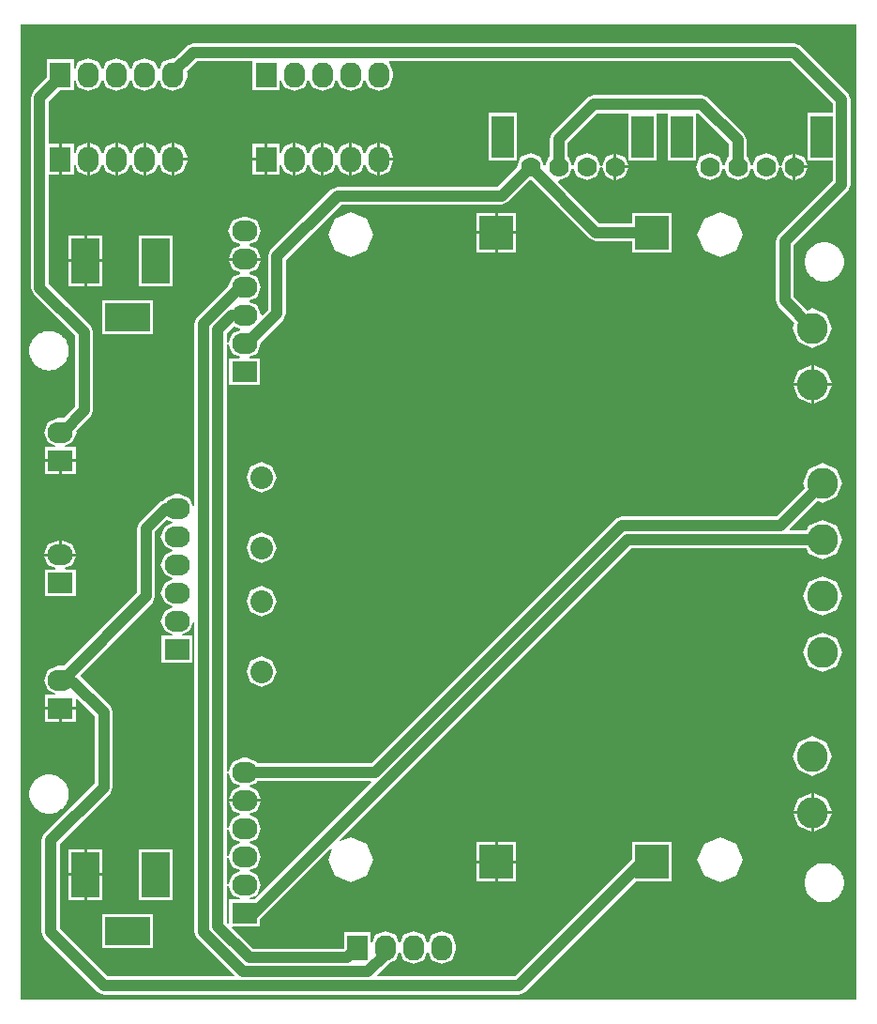
<source format=gbl>
G04*
G04 #@! TF.GenerationSoftware,Altium Limited,Altium Designer,19.0.4 (130)*
G04*
G04 Layer_Physical_Order=2*
G04 Layer_Color=16711680*
%FSTAX24Y24*%
%MOIN*%
G70*
G01*
G75*
%ADD24C,0.0394*%
%ADD25C,0.0800*%
%ADD26C,0.0700*%
%ADD27R,0.0800X0.1500*%
%ADD28R,0.1200X0.1200*%
%ADD29O,0.0750X0.0900*%
%ADD30R,0.0750X0.0900*%
%ADD31C,0.1100*%
%ADD32O,0.0900X0.0750*%
%ADD33R,0.0900X0.0750*%
%ADD34R,0.1000X0.1600*%
%ADD35R,0.1600X0.1000*%
G36*
X05665Y0155D02*
X02695D01*
Y05015D01*
X05665D01*
Y0155D01*
D02*
G37*
%LPC*%
G36*
X05445Y049471D02*
X033075D01*
X032848Y049377D01*
X032392Y048922D01*
X03235Y048939D01*
X031986Y048789D01*
X031875Y048519D01*
X031825D01*
X031714Y048789D01*
X03135Y048939D01*
X030986Y048789D01*
X030875Y048519D01*
X030825D01*
X030714Y048789D01*
X03035Y048939D01*
X029986Y048789D01*
X029875Y048519D01*
X029825D01*
X029714Y048789D01*
X02935Y048939D01*
X028986Y048789D01*
X028875Y048519D01*
X028825Y048529D01*
Y0489D01*
X027875D01*
Y048254D01*
X027395Y047774D01*
X027301Y047547D01*
Y040778D01*
X027395Y040551D01*
X028879Y039067D01*
Y036558D01*
X028467Y036147D01*
X028425Y036164D01*
X028275D01*
X027911Y036014D01*
X027761Y03565D01*
X027911Y035286D01*
X028181Y035175D01*
X028171Y035125D01*
X0278D01*
Y0347D01*
X02835D01*
X0289D01*
Y035125D01*
X028529D01*
X028519Y035175D01*
X028789Y035286D01*
X028939Y03565D01*
X028922Y035692D01*
X029427Y036198D01*
X029521Y036425D01*
Y0392D01*
X029427Y039427D01*
X027943Y040911D01*
Y0448D01*
X0283D01*
Y04535D01*
Y0459D01*
X027943D01*
Y047414D01*
X028329Y0478D01*
X028825D01*
Y048171D01*
X028875Y048181D01*
X028986Y047911D01*
X02935Y047761D01*
X029714Y047911D01*
X029825Y048181D01*
X029875D01*
X029986Y047911D01*
X03035Y047761D01*
X030714Y047911D01*
X030825Y048181D01*
X030875D01*
X030986Y047911D01*
X03135Y047761D01*
X031714Y047911D01*
X031825Y048181D01*
X031875D01*
X031986Y047911D01*
X03235Y047761D01*
X032714Y047911D01*
X032864Y048275D01*
Y048425D01*
X032847Y048467D01*
X033208Y048829D01*
X035186D01*
Y0478D01*
X036136D01*
Y048171D01*
X036186Y048181D01*
X036298Y047911D01*
X036661Y047761D01*
X037025Y047911D01*
X037136Y048181D01*
X037186D01*
X037298Y047911D01*
X037661Y047761D01*
X038025Y047911D01*
X038136Y048181D01*
X038186D01*
X038298Y047911D01*
X038661Y047761D01*
X039025Y047911D01*
X039136Y048181D01*
X039186D01*
X039298Y047911D01*
X039661Y047761D01*
X040025Y047911D01*
X040176Y048275D01*
Y048425D01*
X040029Y048779D01*
X04005Y048829D01*
X054317D01*
X055796Y04735D01*
Y047D01*
X05492D01*
Y0453D01*
X055796D01*
Y044577D01*
X053873Y042654D01*
X053779Y042427D01*
Y040332D01*
X053873Y040105D01*
X054452Y039526D01*
X054379Y03935D01*
X054585Y038853D01*
X055082Y038646D01*
X05558Y038853D01*
X055786Y03935D01*
X05558Y039847D01*
X055082Y040054D01*
X054906Y039981D01*
X054421Y040466D01*
Y042294D01*
X056344Y044216D01*
X056438Y044444D01*
Y047483D01*
X056344Y04771D01*
X054677Y049377D01*
X05445Y049471D01*
D02*
G37*
G36*
X036611Y045918D02*
X036298Y045789D01*
X036186Y045519D01*
X036136Y045529D01*
Y0459D01*
X035711D01*
Y04535D01*
Y0448D01*
X036136D01*
Y045171D01*
X036186Y045181D01*
X036298Y044911D01*
X036611Y044782D01*
Y04535D01*
Y045918D01*
D02*
G37*
G36*
X0293D02*
X028986Y045789D01*
X028875Y045519D01*
X028825Y045529D01*
Y0459D01*
X0284D01*
Y04535D01*
Y0448D01*
X028825D01*
Y045171D01*
X028875Y045181D01*
X028986Y044911D01*
X0293Y044782D01*
Y04535D01*
Y045918D01*
D02*
G37*
G36*
X039611D02*
X039298Y045789D01*
X039186Y045519D01*
X039136D01*
X039025Y045789D01*
X038711Y045918D01*
Y04535D01*
Y044782D01*
X039025Y044911D01*
X039136Y045181D01*
X039186D01*
X039298Y044911D01*
X039611Y044782D01*
Y04535D01*
Y045918D01*
D02*
G37*
G36*
X038611D02*
X038298Y045789D01*
X038186Y045519D01*
X038136D01*
X038025Y045789D01*
X037711Y045918D01*
Y04535D01*
Y044782D01*
X038025Y044911D01*
X038136Y045181D01*
X038186D01*
X038298Y044911D01*
X038611Y044782D01*
Y04535D01*
Y045918D01*
D02*
G37*
G36*
X037611D02*
X037298Y045789D01*
X037186Y045519D01*
X037136D01*
X037025Y045789D01*
X036711Y045918D01*
Y04535D01*
Y044782D01*
X037025Y044911D01*
X037136Y045181D01*
X037186D01*
X037298Y044911D01*
X037611Y044782D01*
Y04535D01*
Y045918D01*
D02*
G37*
G36*
X0323D02*
X031986Y045789D01*
X031875Y045519D01*
X031825D01*
X031714Y045789D01*
X0314Y045918D01*
Y04535D01*
Y044782D01*
X031714Y044911D01*
X031825Y045181D01*
X031875D01*
X031986Y044911D01*
X0323Y044782D01*
Y04535D01*
Y045918D01*
D02*
G37*
G36*
X0313D02*
X030986Y045789D01*
X030875Y045519D01*
X030825D01*
X030714Y045789D01*
X0304Y045918D01*
Y04535D01*
Y044782D01*
X030714Y044911D01*
X030825Y045181D01*
X030875D01*
X030986Y044911D01*
X0313Y044782D01*
Y04535D01*
Y045918D01*
D02*
G37*
G36*
X0303D02*
X029986Y045789D01*
X029875Y045519D01*
X029825D01*
X029714Y045789D01*
X0294Y045918D01*
Y04535D01*
Y044782D01*
X029714Y044911D01*
X029825Y045181D01*
X029875D01*
X029986Y044911D01*
X0303Y044782D01*
Y04535D01*
Y045918D01*
D02*
G37*
G36*
X039711D02*
Y0454D01*
X040176D01*
Y045425D01*
X040025Y045789D01*
X039711Y045918D01*
D02*
G37*
G36*
X035611Y0459D02*
X035186D01*
Y0454D01*
X035611D01*
Y0459D01*
D02*
G37*
G36*
X0324Y045918D02*
Y0454D01*
X032864D01*
Y045425D01*
X032714Y045789D01*
X0324Y045918D01*
D02*
G37*
G36*
X04458Y047D02*
X04358D01*
Y0453D01*
X04458D01*
Y047D01*
D02*
G37*
G36*
X05449Y045546D02*
Y04513D01*
X054906D01*
X054784Y045424D01*
X05449Y045546D01*
D02*
G37*
G36*
X04812D02*
Y04513D01*
X048536D01*
X048414Y045424D01*
X04812Y045546D01*
D02*
G37*
G36*
X05115Y047621D02*
X0473D01*
X047073Y047527D01*
X045833Y046287D01*
X045739Y04606D01*
Y045434D01*
X045716Y045424D01*
X045587Y045114D01*
X045533D01*
X045404Y045424D01*
X04506Y045567D01*
X044716Y045424D01*
X044573Y04508D01*
X044582Y045057D01*
X043897Y044371D01*
X0382D01*
X037973Y044277D01*
X035823Y042127D01*
X035729Y0419D01*
Y040008D01*
X035535Y039815D01*
X035478Y039828D01*
X035339Y040164D01*
X035069Y040275D01*
Y040325D01*
X035339Y040436D01*
X035489Y0408D01*
X035339Y041164D01*
X035069Y041275D01*
Y041325D01*
X035339Y041436D01*
X035468Y04175D01*
X0349D01*
X034332D01*
X034461Y041436D01*
X034731Y041325D01*
Y041275D01*
X034461Y041164D01*
X03432Y040823D01*
X033217Y03972D01*
X033123Y039492D01*
Y032999D01*
X033073Y032989D01*
X032939Y033314D01*
X032575Y033464D01*
X032425D01*
X032061Y033314D01*
X032032Y033243D01*
X031873Y033177D01*
X031173Y032477D01*
X031079Y03225D01*
Y029958D01*
X028467Y027347D01*
X028425Y027364D01*
X028275D01*
X027911Y027214D01*
X027761Y02685D01*
X027911Y026486D01*
X028181Y026375D01*
X028171Y026325D01*
X0278D01*
Y0259D01*
X02835D01*
X0289D01*
Y02618D01*
X028946Y026199D01*
X029579Y025567D01*
Y023182D01*
X027781Y021384D01*
X027687Y021157D01*
Y017892D01*
X027781Y017665D01*
X029673Y015773D01*
X0299Y015679D01*
X044647D01*
X044874Y015773D01*
X048791Y01969D01*
X050062D01*
Y02109D01*
X048662D01*
Y020469D01*
X044514Y016321D01*
X039636D01*
X039617Y016367D01*
X040088Y016839D01*
X040264Y016911D01*
X040375Y017181D01*
X040425D01*
X040536Y016911D01*
X0409Y016761D01*
X041264Y016911D01*
X041375Y017181D01*
X041425D01*
X041536Y016911D01*
X0419Y016761D01*
X042264Y016911D01*
X042414Y017275D01*
Y017425D01*
X042264Y017789D01*
X0419Y017939D01*
X041536Y017789D01*
X041425Y017519D01*
X041375D01*
X041264Y017789D01*
X0409Y017939D01*
X040536Y017789D01*
X040425Y017519D01*
X040375D01*
X040264Y017789D01*
X0399Y017939D01*
X039536Y017789D01*
X039425Y017519D01*
X039375Y017529D01*
Y0179D01*
X038425D01*
Y017329D01*
X038404Y017309D01*
X035194D01*
X034445Y018058D01*
X034464Y018104D01*
X03545D01*
Y018349D01*
X035456Y018352D01*
X037964Y02086D01*
X038006Y020832D01*
X03786Y02048D01*
X038095Y019913D01*
X038661Y019678D01*
X039228Y019913D01*
X039463Y02048D01*
X039228Y021047D01*
X038661Y021282D01*
X03831Y021136D01*
X038282Y021177D01*
X04863Y031525D01*
X054875D01*
X054948Y031349D01*
X055445Y031143D01*
X055943Y031349D01*
X056149Y031847D01*
X055943Y032344D01*
X055445Y03255D01*
X054948Y032344D01*
X054875Y032168D01*
X05428D01*
X05426Y032214D01*
X055266Y033219D01*
X055442Y033146D01*
X055939Y033353D01*
X056145Y03385D01*
X055939Y034347D01*
X055442Y034554D01*
X054944Y034347D01*
X054738Y03385D01*
X054811Y033674D01*
X053799Y032662D01*
X048292D01*
X048065Y032568D01*
X039398Y0239D01*
X035356D01*
X035339Y023942D01*
X034975Y024093D01*
X034825D01*
X034461Y023942D01*
X034311Y023579D01*
X034461Y023215D01*
X034731Y023104D01*
Y023054D01*
X034461Y022942D01*
X034332Y022629D01*
X0349D01*
X035468D01*
X035339Y022942D01*
X035069Y023054D01*
Y023104D01*
X035339Y023215D01*
X035356Y023258D01*
X039388D01*
X039407Y023211D01*
X035249Y019054D01*
X035079D01*
X035069Y019104D01*
X035339Y019215D01*
X035489Y019579D01*
X035339Y019942D01*
X035069Y020054D01*
Y020104D01*
X035339Y020215D01*
X035489Y020579D01*
X035339Y020942D01*
X035069Y021054D01*
Y021104D01*
X035339Y021215D01*
X035489Y021579D01*
X035339Y021942D01*
X035069Y022054D01*
Y022104D01*
X035339Y022215D01*
X035468Y022529D01*
X0349D01*
X034332D01*
X034461Y022215D01*
X034731Y022104D01*
Y022054D01*
X034461Y021942D01*
X034311Y021579D01*
X034461Y021215D01*
X034731Y021104D01*
Y021054D01*
X034461Y020942D01*
X034311Y020579D01*
X034461Y020215D01*
X034731Y020104D01*
Y020054D01*
X034461Y019942D01*
X034311Y019579D01*
X034461Y019215D01*
X034731Y019104D01*
X034721Y019054D01*
X03435D01*
Y018218D01*
X034304Y018199D01*
X034259Y018243D01*
Y039155D01*
X034518Y039413D01*
X034731Y039325D01*
Y039275D01*
X034461Y039164D01*
X034311Y0388D01*
X034461Y038436D01*
X034731Y038325D01*
X034721Y038275D01*
X03435D01*
Y037325D01*
X03545D01*
Y038275D01*
X035079D01*
X035069Y038325D01*
X035339Y038436D01*
X035489Y0388D01*
X035472Y038842D01*
X036277Y039648D01*
X036371Y039875D01*
Y041767D01*
X038333Y043729D01*
X04403D01*
X044257Y043823D01*
X045037Y044602D01*
X04506Y044593D01*
X045083Y044602D01*
X047163Y042523D01*
X04739Y042429D01*
X048662D01*
Y04205D01*
X050062D01*
Y04345D01*
X048662D01*
Y043071D01*
X047523D01*
X046048Y044547D01*
X046069Y044596D01*
X046404Y044736D01*
X046533Y045046D01*
X046587D01*
X046716Y044736D01*
X04706Y044593D01*
X047404Y044736D01*
X047536Y045053D01*
X047538Y045058D01*
X047592D01*
X047594Y045053D01*
X047726Y044736D01*
X04802Y044614D01*
Y04508D01*
Y045546D01*
X047726Y045424D01*
X047594Y045107D01*
X047592Y045102D01*
X047538D01*
X047536Y045107D01*
X047404Y045424D01*
X04706Y045567D01*
X046716Y045424D01*
X046587Y045114D01*
X046533D01*
X046404Y045424D01*
X046381Y045434D01*
Y045927D01*
X047433Y046979D01*
X04855D01*
Y0453D01*
X04955D01*
Y046979D01*
X04995D01*
Y0453D01*
X05095D01*
Y046979D01*
X051017D01*
X052109Y045887D01*
Y045434D01*
X052086Y045424D01*
X051957Y045114D01*
X051903D01*
X051774Y045424D01*
X05143Y045567D01*
X051086Y045424D01*
X050943Y04508D01*
X051086Y044736D01*
X05143Y044593D01*
X051774Y044736D01*
X051903Y045046D01*
X051957D01*
X052086Y044736D01*
X05243Y044593D01*
X052774Y044736D01*
X052903Y045046D01*
X052957D01*
X053086Y044736D01*
X05343Y044593D01*
X053774Y044736D01*
X053906Y045053D01*
X053908Y045058D01*
X053962D01*
X053964Y045053D01*
X054096Y044736D01*
X05439Y044614D01*
Y04508D01*
Y045546D01*
X054096Y045424D01*
X053964Y045107D01*
X053962Y045102D01*
X053908D01*
X053906Y045107D01*
X053774Y045424D01*
X05343Y045567D01*
X053086Y045424D01*
X052957Y045114D01*
X052903D01*
X052774Y045424D01*
X052751Y045434D01*
Y04602D01*
X052657Y046247D01*
X051377Y047527D01*
X05115Y047621D01*
D02*
G37*
G36*
X035611Y0453D02*
X035186D01*
Y0448D01*
X035611D01*
Y0453D01*
D02*
G37*
G36*
X040176D02*
X039711D01*
Y044782D01*
X040025Y044911D01*
X040176Y045275D01*
Y0453D01*
D02*
G37*
G36*
X032864D02*
X0324D01*
Y044782D01*
X032714Y044911D01*
X032864Y045275D01*
Y0453D01*
D02*
G37*
G36*
X054906Y04503D02*
X05449D01*
Y044614D01*
X054784Y044736D01*
X054906Y04503D01*
D02*
G37*
G36*
X048536D02*
X04812D01*
Y044614D01*
X048414Y044736D01*
X048536Y04503D01*
D02*
G37*
G36*
X04455Y04345D02*
X0439D01*
Y0428D01*
X04455D01*
Y04345D01*
D02*
G37*
G36*
X0438D02*
X04315D01*
Y0428D01*
X0438D01*
Y04345D01*
D02*
G37*
G36*
X055558Y042399D02*
X055442D01*
X055432Y042395D01*
X055421Y042397D01*
X055307Y042374D01*
X055297Y042368D01*
X055286D01*
X055179Y042323D01*
X055171Y042316D01*
X05516Y042313D01*
X055063Y042249D01*
X055057Y042239D01*
X055047Y042235D01*
X054965Y042153D01*
X054961Y042143D01*
X054951Y042137D01*
X054887Y04204D01*
X054885Y042029D01*
X054877Y042021D01*
X054832Y041914D01*
Y041903D01*
X054826Y041893D01*
X054803Y041779D01*
X054805Y041768D01*
X054801Y041758D01*
Y041642D01*
X054805Y041632D01*
X054803Y041621D01*
X054826Y041507D01*
X054832Y041497D01*
Y041486D01*
X054877Y041379D01*
X054885Y041371D01*
X054887Y04136D01*
X054951Y041263D01*
X054961Y041257D01*
X054965Y041247D01*
X055047Y041165D01*
X055057Y041161D01*
X055063Y041151D01*
X05516Y041087D01*
X055171Y041084D01*
X055179Y041077D01*
X055286Y041032D01*
X055297D01*
X055307Y041026D01*
X055421Y041003D01*
X055432Y041005D01*
X055442Y041001D01*
X055558D01*
X055568Y041005D01*
X055579Y041003D01*
X055693Y041026D01*
X055703Y041032D01*
X055714D01*
X055821Y041077D01*
X055829Y041084D01*
X05584Y041087D01*
X055937Y041151D01*
X055943Y041161D01*
X055953Y041165D01*
X056035Y041247D01*
X056039Y041257D01*
X056049Y041263D01*
X056113Y04136D01*
X056115Y041371D01*
X056123Y041379D01*
X056168Y041486D01*
Y041497D01*
X056174Y041507D01*
X056197Y041621D01*
X056195Y041632D01*
X056199Y041642D01*
Y041758D01*
X056195Y041768D01*
X056197Y041779D01*
X056174Y041893D01*
X056168Y041903D01*
Y041914D01*
X056123Y042021D01*
X056115Y042029D01*
X056113Y04204D01*
X056049Y042137D01*
X056039Y042143D01*
X056035Y042153D01*
X055953Y042235D01*
X055943Y042239D01*
X055937Y042249D01*
X05584Y042313D01*
X055829Y042316D01*
X055821Y042323D01*
X055714Y042368D01*
X055703D01*
X055693Y042374D01*
X055579Y042397D01*
X055568Y042395D01*
X055558Y042399D01*
D02*
G37*
G36*
X04455Y0427D02*
X0439D01*
Y04205D01*
X04455D01*
Y0427D01*
D02*
G37*
G36*
X0438D02*
X04315D01*
Y04205D01*
X0438D01*
Y0427D01*
D02*
G37*
G36*
X051791Y043472D02*
X051225Y043237D01*
X05099Y04267D01*
X051225Y042103D01*
X051791Y041868D01*
X052358Y042103D01*
X052593Y04267D01*
X052358Y043237D01*
X051791Y043472D01*
D02*
G37*
G36*
X038661D02*
X038095Y043237D01*
X03786Y04267D01*
X038095Y042103D01*
X038661Y041868D01*
X039228Y042103D01*
X039463Y04267D01*
X039228Y043237D01*
X038661Y043472D01*
D02*
G37*
G36*
X034975Y043314D02*
X034825D01*
X034461Y043164D01*
X034311Y0428D01*
X034461Y042436D01*
X034731Y042325D01*
Y042275D01*
X034461Y042164D01*
X034332Y04185D01*
X0349D01*
X035468D01*
X035339Y042164D01*
X035069Y042275D01*
Y042325D01*
X035339Y042436D01*
X035489Y0428D01*
X035339Y043164D01*
X034975Y043314D01*
D02*
G37*
G36*
X02985Y04265D02*
X0293D01*
Y0418D01*
X02985D01*
Y04265D01*
D02*
G37*
G36*
X0292D02*
X02865D01*
Y0418D01*
X0292D01*
Y04265D01*
D02*
G37*
G36*
X03235D02*
X03115D01*
Y04085D01*
X03235D01*
Y04265D01*
D02*
G37*
G36*
X02985Y0417D02*
X0293D01*
Y04085D01*
X02985D01*
Y0417D01*
D02*
G37*
G36*
X0292D02*
X02865D01*
Y04085D01*
X0292D01*
Y0417D01*
D02*
G37*
G36*
X028008Y039246D02*
X027892D01*
X027882Y039242D01*
X027871Y039244D01*
X027757Y039222D01*
X027747Y039215D01*
X027736D01*
X027629Y039171D01*
X027621Y039163D01*
X02761Y039161D01*
X027513Y039096D01*
X027507Y039087D01*
X027497Y039083D01*
X027415Y039001D01*
X027411Y03899D01*
X027401Y038984D01*
X027337Y038888D01*
X027334Y038877D01*
X027327Y038869D01*
X027282Y038761D01*
Y03875D01*
X027276Y038741D01*
X027253Y038627D01*
X027255Y038616D01*
X027251Y038606D01*
Y038489D01*
X027255Y038479D01*
X027253Y038468D01*
X027276Y038354D01*
X027282Y038345D01*
Y038334D01*
X027327Y038226D01*
X027334Y038219D01*
X027337Y038208D01*
X027401Y038111D01*
X027411Y038105D01*
X027415Y038095D01*
X027497Y038012D01*
X027507Y038008D01*
X027513Y037999D01*
X02761Y037934D01*
X027621Y037932D01*
X027629Y037924D01*
X027736Y03788D01*
X027747D01*
X027757Y037874D01*
X027871Y037851D01*
X027882Y037853D01*
X027892Y037849D01*
X028008D01*
X028018Y037853D01*
X028029Y037851D01*
X028143Y037874D01*
X028153Y03788D01*
X028164D01*
X028271Y037924D01*
X028279Y037932D01*
X02829Y037934D01*
X028387Y037999D01*
X028393Y038008D01*
X028403Y038012D01*
X028485Y038095D01*
X028489Y038105D01*
X028499Y038111D01*
X028563Y038208D01*
X028565Y038219D01*
X028573Y038226D01*
X028618Y038334D01*
Y038345D01*
X028624Y038354D01*
X028647Y038468D01*
X028645Y038479D01*
X028649Y038489D01*
Y038606D01*
X028645Y038616D01*
X028647Y038627D01*
X028624Y038741D01*
X028618Y03875D01*
Y038761D01*
X028573Y038869D01*
X028565Y038877D01*
X028563Y038888D01*
X028499Y038984D01*
X028489Y03899D01*
X028485Y039001D01*
X028403Y039083D01*
X028393Y039087D01*
X028387Y039096D01*
X02829Y039161D01*
X028279Y039163D01*
X028271Y039171D01*
X028164Y039215D01*
X028153D01*
X028143Y039222D01*
X028029Y039244D01*
X028018Y039242D01*
X028008Y039246D01*
D02*
G37*
G36*
X03165Y04035D02*
X02985D01*
Y03915D01*
X03165D01*
Y04035D01*
D02*
G37*
G36*
X055132Y038033D02*
Y0374D01*
X055765D01*
X05558Y037847D01*
X055132Y038033D01*
D02*
G37*
G36*
X055032Y038033D02*
X054585Y037847D01*
X0544Y0374D01*
X055032D01*
Y038033D01*
D02*
G37*
G36*
Y0373D02*
X0544D01*
X054585Y036853D01*
X055032Y036667D01*
Y0373D01*
D02*
G37*
G36*
X055765D02*
X055132D01*
Y036667D01*
X05558Y036853D01*
X055765Y0373D01*
D02*
G37*
G36*
X0289Y0346D02*
X0284D01*
Y034175D01*
X0289D01*
Y0346D01*
D02*
G37*
G36*
X0283D02*
X0278D01*
Y034175D01*
X0283D01*
Y0346D01*
D02*
G37*
G36*
X0355Y034591D02*
X035117Y034433D01*
X034959Y03405D01*
X035117Y033667D01*
X0355Y033509D01*
X035883Y033667D01*
X036041Y03405D01*
X035883Y034433D01*
X0355Y034591D01*
D02*
G37*
G36*
X028425Y031814D02*
X0284D01*
Y03135D01*
X028918D01*
X028789Y031664D01*
X028425Y031814D01*
D02*
G37*
G36*
X0283D02*
X028275D01*
X027911Y031664D01*
X027782Y03135D01*
X0283D01*
Y031814D01*
D02*
G37*
G36*
X0355Y032091D02*
X035117Y031933D01*
X034959Y03155D01*
X035117Y031167D01*
X0355Y031009D01*
X035883Y031167D01*
X036041Y03155D01*
X035883Y031933D01*
X0355Y032091D01*
D02*
G37*
G36*
X028918Y03125D02*
X02835D01*
X027782D01*
X027911Y030936D01*
X028181Y030825D01*
X028171Y030775D01*
X0278D01*
Y029825D01*
X0289D01*
Y030775D01*
X028529D01*
X028519Y030825D01*
X028789Y030936D01*
X028918Y03125D01*
D02*
G37*
G36*
X055446Y03055D02*
X054948Y030344D01*
X054742Y029846D01*
X054948Y029349D01*
X055446Y029143D01*
X055943Y029349D01*
X056149Y029846D01*
X055943Y030344D01*
X055446Y03055D01*
D02*
G37*
G36*
X0355Y030191D02*
X035117Y030033D01*
X034959Y02965D01*
X035117Y029267D01*
X0355Y029109D01*
X035883Y029267D01*
X036041Y02965D01*
X035883Y030033D01*
X0355Y030191D01*
D02*
G37*
G36*
X055446Y02855D02*
X054948Y028344D01*
X054742Y027846D01*
X054948Y027349D01*
X055446Y027143D01*
X055943Y027349D01*
X056149Y027846D01*
X055943Y028344D01*
X055446Y02855D01*
D02*
G37*
G36*
X0355Y027691D02*
X035117Y027533D01*
X034959Y02715D01*
X035117Y026767D01*
X0355Y026609D01*
X035883Y026767D01*
X036041Y02715D01*
X035883Y027533D01*
X0355Y027691D01*
D02*
G37*
G36*
X0289Y0258D02*
X0284D01*
Y025375D01*
X0289D01*
Y0258D01*
D02*
G37*
G36*
X0283D02*
X0278D01*
Y025375D01*
X0283D01*
Y0258D01*
D02*
G37*
G36*
X028008Y023498D02*
X027892D01*
X027882Y023494D01*
X027871Y023496D01*
X027757Y023474D01*
X027747Y023467D01*
X027736D01*
X027629Y023423D01*
X027621Y023415D01*
X02761Y023413D01*
X027513Y023348D01*
X027507Y023339D01*
X027497Y023335D01*
X027415Y023253D01*
X027411Y023242D01*
X027401Y023236D01*
X027337Y023139D01*
X027334Y023129D01*
X027327Y023121D01*
X027282Y023013D01*
Y023002D01*
X027276Y022993D01*
X027253Y022879D01*
X027255Y022868D01*
X027251Y022858D01*
Y022741D01*
X027255Y022731D01*
X027253Y02272D01*
X027276Y022606D01*
X027282Y022597D01*
Y022586D01*
X027327Y022478D01*
X027334Y022471D01*
X027337Y02246D01*
X027401Y022363D01*
X027411Y022357D01*
X027415Y022347D01*
X027497Y022264D01*
X027507Y02226D01*
X027513Y022251D01*
X02761Y022186D01*
X027621Y022184D01*
X027629Y022176D01*
X027736Y022132D01*
X027747D01*
X027757Y022126D01*
X027871Y022103D01*
X027882Y022105D01*
X027892Y022101D01*
X028008D01*
X028018Y022105D01*
X028029Y022103D01*
X028143Y022126D01*
X028153Y022132D01*
X028164D01*
X028271Y022176D01*
X028279Y022184D01*
X02829Y022186D01*
X028387Y022251D01*
X028393Y02226D01*
X028403Y022264D01*
X028485Y022347D01*
X028489Y022357D01*
X028499Y022363D01*
X028563Y02246D01*
X028565Y022471D01*
X028573Y022478D01*
X028618Y022586D01*
Y022597D01*
X028624Y022606D01*
X028647Y02272D01*
X028645Y022731D01*
X028649Y022741D01*
Y022858D01*
X028645Y022868D01*
X028647Y022879D01*
X028624Y022993D01*
X028618Y023002D01*
Y023013D01*
X028573Y023121D01*
X028565Y023129D01*
X028563Y023139D01*
X028499Y023236D01*
X028489Y023242D01*
X028485Y023253D01*
X028403Y023335D01*
X028393Y023339D01*
X028387Y023348D01*
X02829Y023413D01*
X028279Y023415D01*
X028271Y023423D01*
X028164Y023467D01*
X028153D01*
X028143Y023474D01*
X028029Y023496D01*
X028018Y023494D01*
X028008Y023498D01*
D02*
G37*
G36*
X055082Y024854D02*
X054585Y024647D01*
X054379Y02415D01*
X054585Y023653D01*
X055082Y023446D01*
X05558Y023653D01*
X055786Y02415D01*
X05558Y024647D01*
X055082Y024854D01*
D02*
G37*
G36*
X055132Y022833D02*
Y0222D01*
X055765D01*
X05558Y022647D01*
X055132Y022833D01*
D02*
G37*
G36*
X055032Y022833D02*
X054585Y022647D01*
X0544Y0222D01*
X055032D01*
Y022833D01*
D02*
G37*
G36*
Y0221D02*
X0544D01*
X054585Y021653D01*
X055032Y021467D01*
Y0221D01*
D02*
G37*
G36*
X055765D02*
X055132D01*
Y021467D01*
X05558Y021653D01*
X055765Y0221D01*
D02*
G37*
G36*
X04455Y02109D02*
X0439D01*
Y02044D01*
X04455D01*
Y02109D01*
D02*
G37*
G36*
X0438D02*
X04315D01*
Y02044D01*
X0438D01*
Y02109D01*
D02*
G37*
G36*
X055558Y020349D02*
X055442D01*
X055432Y020345D01*
X055421Y020347D01*
X055307Y020324D01*
X055297Y020318D01*
X055286D01*
X055179Y020273D01*
X055171Y020266D01*
X05516Y020263D01*
X055063Y020199D01*
X055057Y020189D01*
X055047Y020185D01*
X054965Y020103D01*
X054961Y020093D01*
X054951Y020087D01*
X054887Y01999D01*
X054885Y019979D01*
X054877Y019971D01*
X054832Y019864D01*
Y019853D01*
X054826Y019843D01*
X054803Y019729D01*
X054805Y019718D01*
X054801Y019708D01*
Y019592D01*
X054805Y019582D01*
X054803Y019571D01*
X054826Y019457D01*
X054832Y019447D01*
Y019436D01*
X054877Y019329D01*
X054885Y019321D01*
X054887Y01931D01*
X054951Y019213D01*
X054961Y019207D01*
X054965Y019197D01*
X055047Y019115D01*
X055057Y019111D01*
X055063Y019101D01*
X05516Y019037D01*
X055171Y019035D01*
X055179Y019027D01*
X055286Y018982D01*
X055297D01*
X055307Y018976D01*
X055421Y018953D01*
X055432Y018955D01*
X055442Y018951D01*
X055558D01*
X055568Y018955D01*
X055579Y018953D01*
X055693Y018976D01*
X055703Y018982D01*
X055714D01*
X055821Y019027D01*
X055829Y019035D01*
X05584Y019037D01*
X055937Y019101D01*
X055943Y019111D01*
X055953Y019115D01*
X056035Y019197D01*
X056039Y019207D01*
X056049Y019213D01*
X056113Y01931D01*
X056115Y019321D01*
X056123Y019329D01*
X056168Y019436D01*
Y019447D01*
X056174Y019457D01*
X056197Y019571D01*
X056195Y019582D01*
X056199Y019592D01*
Y019708D01*
X056195Y019718D01*
X056197Y019729D01*
X056174Y019843D01*
X056168Y019853D01*
Y019864D01*
X056123Y019971D01*
X056115Y019979D01*
X056113Y01999D01*
X056049Y020087D01*
X056039Y020093D01*
X056035Y020103D01*
X055953Y020185D01*
X055943Y020189D01*
X055937Y020199D01*
X05584Y020263D01*
X055829Y020266D01*
X055821Y020273D01*
X055714Y020318D01*
X055703D01*
X055693Y020324D01*
X055579Y020347D01*
X055568Y020345D01*
X055558Y020349D01*
D02*
G37*
G36*
X04455Y02034D02*
X0439D01*
Y01969D01*
X04455D01*
Y02034D01*
D02*
G37*
G36*
X0438D02*
X04315D01*
Y01969D01*
X0438D01*
Y02034D01*
D02*
G37*
G36*
X051791Y021282D02*
X051225Y021047D01*
X05099Y02048D01*
X051225Y019913D01*
X051791Y019678D01*
X052358Y019913D01*
X052593Y02048D01*
X052358Y021047D01*
X051791Y021282D01*
D02*
G37*
%LPD*%
G36*
X032331Y032475D02*
Y032425D01*
X032061Y032314D01*
X031911Y03195D01*
X032061Y031586D01*
X032331Y031475D01*
Y031425D01*
X032061Y031314D01*
X031911Y03095D01*
X032061Y030586D01*
X032331Y030475D01*
Y030425D01*
X032061Y030314D01*
X031911Y02995D01*
X032061Y029586D01*
X032331Y029475D01*
Y029425D01*
X032061Y029314D01*
X031911Y02895D01*
X032061Y028586D01*
X032331Y028475D01*
X032321Y028425D01*
X03195D01*
Y027475D01*
X03305D01*
Y028425D01*
X032679D01*
X032669Y028475D01*
X032939Y028586D01*
X033073Y028911D01*
X033123Y028901D01*
Y017906D01*
X033217Y017679D01*
X034528Y016367D01*
X034509Y016321D01*
X030033D01*
X028329Y018025D01*
Y021024D01*
X030127Y022822D01*
X030221Y023049D01*
Y0257D01*
X030127Y025927D01*
X029045Y027009D01*
X029044Y027015D01*
X031627Y029598D01*
X031721Y029825D01*
Y032117D01*
X032153Y032549D01*
X032331Y032475D01*
D02*
G37*
%LPC*%
G36*
X02985Y02085D02*
X0293D01*
Y02D01*
X02985D01*
Y02085D01*
D02*
G37*
G36*
X0292D02*
X02865D01*
Y02D01*
X0292D01*
Y02085D01*
D02*
G37*
G36*
X03235D02*
X03115D01*
Y01905D01*
X03235D01*
Y02085D01*
D02*
G37*
G36*
X02985Y0199D02*
X0293D01*
Y01905D01*
X02985D01*
Y0199D01*
D02*
G37*
G36*
X0292D02*
X02865D01*
Y01905D01*
X0292D01*
Y0199D01*
D02*
G37*
G36*
X03165Y01855D02*
X02985D01*
Y01735D01*
X03165D01*
Y01855D01*
D02*
G37*
%LPD*%
D24*
X04403Y04405D02*
X04506Y04508D01*
X0382Y04405D02*
X04403D01*
X03605Y0419D02*
X0382Y04405D01*
X03605Y039875D02*
Y0419D01*
X034975Y0388D02*
X03605Y039875D01*
X0349Y0388D02*
X034975D01*
X033444Y017906D02*
Y039492D01*
X034752Y0408D01*
X0349D01*
X0299Y023049D02*
Y0257D01*
X028818Y026782D02*
X0299Y0257D01*
X028418Y026782D02*
X028818D01*
X049037Y02039D02*
X049362D01*
X0314Y03225D02*
X0321Y03295D01*
X0314Y029825D02*
Y03225D01*
X028425Y02685D02*
X0314Y029825D01*
X03445Y0398D02*
X0349D01*
X033938Y039288D02*
X03445Y0398D01*
X033938Y01811D02*
Y039288D01*
X033444Y017906D02*
X034856Y016494D01*
X03235Y04835D02*
Y048425D01*
X033075Y04915D01*
X05445D01*
X056117Y047483D01*
Y044444D02*
Y047483D01*
X0541Y042427D02*
X056117Y044444D01*
X0541Y040332D02*
Y042427D01*
Y040332D02*
X055082Y03935D01*
X04506Y04508D02*
X04739Y04275D01*
X049362D01*
X033938Y01811D02*
X035061Y016987D01*
X038537D02*
X0389Y01735D01*
X035061Y016987D02*
X038537D01*
X053932Y03234D02*
X055442Y03385D01*
X048292Y03234D02*
X053932D01*
X039531Y023579D02*
X048292Y03234D01*
X0349Y023579D02*
X039531D01*
X035229Y018579D02*
X048497Y031847D01*
X0349Y018579D02*
X035229D01*
X048497Y031847D02*
X055445D01*
X039289Y016494D02*
X0399Y017105D01*
X034856Y016494D02*
X039289D01*
X0399Y017105D02*
Y01735D01*
X044647Y016D02*
X049037Y02039D01*
X0299Y016D02*
X044647D01*
X028008Y017892D02*
X0299Y016D01*
X028008Y017892D02*
Y021157D01*
X0299Y023049D01*
X02835Y02685D02*
X028418Y026782D01*
X0321Y03295D02*
X0325D01*
X02835Y02685D02*
X028425D01*
X02835Y048275D02*
Y04835D01*
X027622Y047547D02*
X02835Y048275D01*
X027622Y040778D02*
Y047547D01*
Y040778D02*
X0292Y0392D01*
Y036425D02*
Y0392D01*
X028425Y03565D02*
X0292Y036425D01*
X02835Y03565D02*
X028425D01*
X0473Y0473D02*
X05115D01*
X04606Y04606D02*
X0473Y0473D01*
X04606Y04508D02*
Y04606D01*
X05243Y04508D02*
Y04602D01*
X05115Y0473D02*
X05243Y04602D01*
D25*
X0355Y03405D02*
D03*
Y03155D02*
D03*
Y02715D02*
D03*
Y02965D02*
D03*
D26*
X04807Y04508D02*
D03*
X04706D02*
D03*
X04606D02*
D03*
X04506D02*
D03*
X05444D02*
D03*
X05343D02*
D03*
X05243D02*
D03*
X05143D02*
D03*
D27*
X04408Y04615D02*
D03*
X04905D02*
D03*
X05045D02*
D03*
X05542D02*
D03*
D28*
X04385Y02039D02*
D03*
X049362D02*
D03*
Y04275D02*
D03*
X04385D02*
D03*
D29*
X038661Y04535D02*
D03*
X037661D02*
D03*
X036661D02*
D03*
X039661D02*
D03*
X0399Y01735D02*
D03*
X0409D02*
D03*
X0419D02*
D03*
X03135Y04835D02*
D03*
X03035D02*
D03*
X02935D02*
D03*
X03235D02*
D03*
X03135Y04535D02*
D03*
X03035D02*
D03*
X02935D02*
D03*
X03235D02*
D03*
X038661Y04835D02*
D03*
X037661D02*
D03*
X036661D02*
D03*
X039661D02*
D03*
D30*
X035661Y04535D02*
D03*
X0389Y01735D02*
D03*
X02835Y04835D02*
D03*
Y04535D02*
D03*
X035661Y04835D02*
D03*
D31*
X055082Y03735D02*
D03*
Y03935D02*
D03*
X055446Y027846D02*
D03*
X055442Y03385D02*
D03*
X055445Y031847D02*
D03*
X055446Y029846D02*
D03*
X055082Y02215D02*
D03*
Y02415D02*
D03*
D32*
X0349Y023579D02*
D03*
Y021579D02*
D03*
Y020579D02*
D03*
Y019579D02*
D03*
Y022579D02*
D03*
Y0428D02*
D03*
Y0408D02*
D03*
Y0398D02*
D03*
Y0388D02*
D03*
Y0418D02*
D03*
X02835Y03565D02*
D03*
Y02685D02*
D03*
Y0313D02*
D03*
X0325Y03295D02*
D03*
Y03095D02*
D03*
Y02995D02*
D03*
Y02895D02*
D03*
Y03195D02*
D03*
D33*
X0349Y018579D02*
D03*
Y0378D02*
D03*
X02835Y03465D02*
D03*
Y02585D02*
D03*
Y0303D02*
D03*
X0325Y02795D02*
D03*
D34*
X03175Y01995D02*
D03*
X02925D02*
D03*
X03175Y04175D02*
D03*
X02925D02*
D03*
D35*
X03075Y01795D02*
D03*
Y03975D02*
D03*
M02*

</source>
